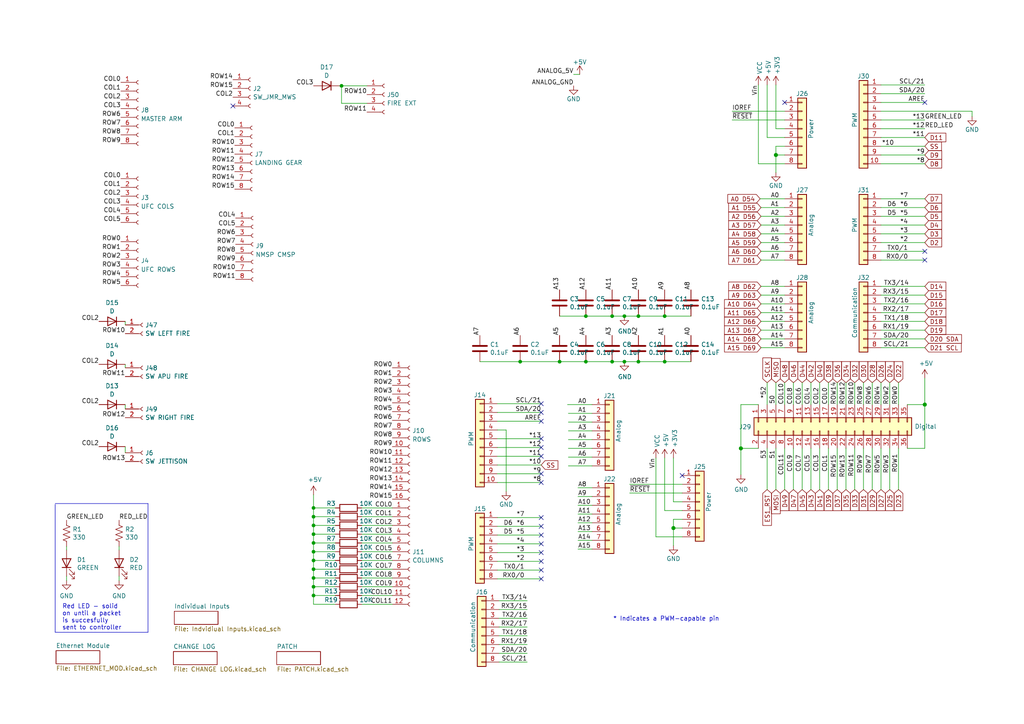
<source format=kicad_sch>
(kicad_sch (version 20231120) (generator "eeschema") (generator_version "8.0")
  (paper "A4")
  (title_block (date "2024-08-18"))
  (junction (at 214.884 130.048) (diameter 1.016))
  (junction (at 185.166 104.902))
  (junction (at 90.932 147.32))
  (junction (at 225.044 44.958) (diameter 1.016))
  (junction (at 181.102 104.902))
  (junction (at 169.926 91.694))
  (junction (at 90.932 157.48))
  (junction (at 90.932 149.86))
  (junction (at 90.932 172.72))
  (junction (at 90.932 165.1))
  (junction (at 150.876 104.902))
  (junction (at 177.546 104.902))
  (junction (at 90.932 152.4))
  (junction (at 99.06 24.892))
  (junction (at 90.932 167.64))
  (junction (at 181.102 91.694))
  (junction (at 90.932 154.94))
  (junction (at 185.166 91.694))
  (junction (at 169.926 104.902))
  (junction (at 177.546 91.694))
  (junction (at 90.932 160.02))
  (junction (at 192.786 91.694))
  (junction (at 162.306 104.902))
  (junction (at 90.932 162.56))
  (junction (at 195.326 153.162) (diameter 1.016))
  (junction (at 90.932 170.18))
  (junction (at 192.786 104.902))
  (junction (at 268.224 117.348) (diameter 1.016))
  (no_connect (at 156.972 122.174))
  (no_connect (at 156.972 167.894))
  (no_connect (at 156.972 119.634))
  (no_connect (at 156.972 162.814))
  (no_connect (at 67.564 30.734))
  (no_connect (at 156.972 165.354))
  (no_connect (at 156.972 117.094))
  (no_connect (at 156.972 129.794))
  (no_connect (at 268.224 75.438))
  (no_connect (at 156.972 132.334))
  (no_connect (at 156.972 139.954))
  (no_connect (at 156.972 152.654))
  (no_connect (at 156.972 137.414))
  (no_connect (at 156.972 150.114))
  (no_connect (at 268.224 72.898))
  (no_connect (at 197.866 137.922))
  (no_connect (at 156.972 160.274))
  (no_connect (at 156.972 155.194))
  (no_connect (at 156.972 127.254))
  (no_connect (at 227.584 29.718))
  (no_connect (at 268.224 29.718))
  (no_connect (at 156.972 157.734))
  (wire (pts (xy 99.06 29.972) (xy 99.06 24.892)))
  (wire (pts (xy 255.524 75.438) (xy 268.224 75.438)))
  (wire (pts (xy 104.902 170.18) (xy 113.792 170.18)))
  (wire (pts (xy 220.472 57.658) (xy 227.584 57.658)))
  (polyline (pts (xy 42.926 183.388) (xy 42.926 146.05)))
  (wire (pts (xy 144.272 167.894) (xy 156.972 167.894)))
  (wire (pts (xy 220.726 62.738) (xy 227.584 62.738)))
  (wire (pts (xy 36.322 105.664) (xy 36.322 106.68)))
  (wire (pts (xy 190.246 155.702) (xy 190.246 132.842)))
  (wire (pts (xy 237.744 110.998) (xy 237.744 117.348)))
  (wire (pts (xy 177.546 91.694) (xy 169.926 91.694)))
  (wire (pts (xy 104.902 154.94) (xy 113.792 154.94)))
  (wire (pts (xy 106.426 29.972) (xy 99.06 29.972)))
  (wire (pts (xy 97.282 170.18) (xy 90.932 170.18)))
  (wire (pts (xy 220.726 83.058) (xy 227.584 83.058)))
  (wire (pts (xy 255.524 24.638) (xy 268.224 24.638)))
  (polyline (pts (xy 16.002 146.05) (xy 42.926 146.05)))
  (wire (pts (xy 220.726 100.838) (xy 227.584 100.838)))
  (wire (pts (xy 146.812 124.714) (xy 146.812 142.494)))
  (wire (pts (xy 144.272 160.274) (xy 156.972 160.274)))
  (wire (pts (xy 268.224 117.348) (xy 268.224 130.048)))
  (wire (pts (xy 219.964 117.348) (xy 214.884 117.348)))
  (wire (pts (xy 220.726 90.678) (xy 227.584 90.678)))
  (wire (pts (xy 164.846 130.048) (xy 171.704 130.048)))
  (wire (pts (xy 177.546 104.902) (xy 181.102 104.902)))
  (wire (pts (xy 245.364 110.998) (xy 245.364 117.348)))
  (wire (pts (xy 90.932 170.18) (xy 90.932 172.72)))
  (wire (pts (xy 255.524 88.138) (xy 268.224 88.138)))
  (wire (pts (xy 225.044 42.418) (xy 225.044 44.958)))
  (wire (pts (xy 220.726 75.438) (xy 227.584 75.438)))
  (wire (pts (xy 242.824 130.048) (xy 242.824 141.986)))
  (wire (pts (xy 164.846 135.128) (xy 171.704 135.128)))
  (wire (pts (xy 222.504 130.048) (xy 222.504 141.986)))
  (wire (pts (xy 36.322 129.54) (xy 36.322 131.318)))
  (wire (pts (xy 164.846 122.428) (xy 171.704 122.428)))
  (wire (pts (xy 197.866 155.702) (xy 190.246 155.702)))
  (wire (pts (xy 225.044 110.998) (xy 225.044 117.348)))
  (wire (pts (xy 144.272 132.334) (xy 156.972 132.334)))
  (wire (pts (xy 225.044 44.958) (xy 225.044 50.038)))
  (wire (pts (xy 200.406 104.902) (xy 192.786 104.902)))
  (wire (pts (xy 167.64 154.178) (xy 171.704 154.178)))
  (wire (pts (xy 255.524 130.048) (xy 255.524 141.986)))
  (wire (pts (xy 182.626 140.462) (xy 197.866 140.462)))
  (wire (pts (xy 225.044 37.338) (xy 227.584 37.338)))
  (wire (pts (xy 144.272 137.414) (xy 156.972 137.414)))
  (wire (pts (xy 90.932 167.64) (xy 90.932 170.18)))
  (wire (pts (xy 90.932 147.32) (xy 90.932 149.86)))
  (wire (pts (xy 182.626 143.002) (xy 197.866 143.002)))
  (wire (pts (xy 222.504 39.878) (xy 227.584 39.878)))
  (wire (pts (xy 245.364 130.048) (xy 245.364 141.986)))
  (wire (pts (xy 225.044 130.048) (xy 225.044 141.986)))
  (wire (pts (xy 19.304 158.496) (xy 19.304 159.512)))
  (wire (pts (xy 222.504 24.638) (xy 222.504 39.878)))
  (wire (pts (xy 230.124 130.048) (xy 230.124 141.986)))
  (polyline (pts (xy 16.002 146.304) (xy 16.002 183.388)))
  (wire (pts (xy 252.984 130.048) (xy 252.984 141.986)))
  (wire (pts (xy 220.726 72.898) (xy 227.584 72.898)))
  (wire (pts (xy 144.272 152.654) (xy 156.972 152.654)))
  (wire (pts (xy 169.926 91.694) (xy 162.306 91.694)))
  (wire (pts (xy 255.524 34.798) (xy 268.224 34.798)))
  (wire (pts (xy 220.726 98.298) (xy 227.584 98.298)))
  (wire (pts (xy 225.044 24.638) (xy 225.044 37.338)))
  (wire (pts (xy 220.726 88.138) (xy 227.584 88.138)))
  (wire (pts (xy 255.524 57.658) (xy 268.224 57.658)))
  (wire (pts (xy 255.524 42.418) (xy 268.224 42.418)))
  (wire (pts (xy 255.524 37.338) (xy 268.224 37.338)))
  (wire (pts (xy 227.584 110.998) (xy 227.584 117.348)))
  (wire (pts (xy 255.524 60.198) (xy 268.224 60.198)))
  (wire (pts (xy 144.78 174.244) (xy 152.908 174.244)))
  (wire (pts (xy 167.64 144.018) (xy 171.704 144.018)))
  (wire (pts (xy 192.786 132.842) (xy 192.786 148.082)))
  (wire (pts (xy 195.326 132.842) (xy 195.326 145.542)))
  (wire (pts (xy 255.524 95.758) (xy 268.224 95.758)))
  (wire (pts (xy 195.326 150.622) (xy 195.326 153.162)))
  (wire (pts (xy 97.282 162.56) (xy 90.932 162.56)))
  (wire (pts (xy 97.282 157.48) (xy 90.932 157.48)))
  (wire (pts (xy 144.78 179.324) (xy 152.908 179.324)))
  (wire (pts (xy 164.846 127.508) (xy 171.704 127.508)))
  (wire (pts (xy 181.102 91.694) (xy 185.166 91.694)))
  (wire (pts (xy 167.64 149.098) (xy 171.704 149.098)))
  (wire (pts (xy 144.272 124.714) (xy 146.812 124.714)))
  (wire (pts (xy 214.884 117.348) (xy 214.884 130.048)))
  (wire (pts (xy 97.282 149.86) (xy 90.932 149.86)))
  (wire (pts (xy 219.964 130.048) (xy 214.884 130.048)))
  (wire (pts (xy 232.664 110.998) (xy 232.664 117.348)))
  (wire (pts (xy 255.524 44.958) (xy 268.224 44.958)))
  (wire (pts (xy 144.272 165.354) (xy 156.972 165.354)))
  (wire (pts (xy 220.726 67.818) (xy 227.584 67.818)))
  (wire (pts (xy 144.272 157.734) (xy 156.972 157.734)))
  (wire (pts (xy 235.204 110.998) (xy 235.204 117.348)))
  (wire (pts (xy 232.664 130.048) (xy 232.664 141.986)))
  (wire (pts (xy 250.444 130.048) (xy 250.444 141.986)))
  (wire (pts (xy 104.902 175.26) (xy 113.792 175.26)))
  (wire (pts (xy 104.902 167.64) (xy 113.792 167.64)))
  (wire (pts (xy 255.524 65.278) (xy 268.224 65.278)))
  (wire (pts (xy 177.546 91.694) (xy 181.102 91.694)))
  (wire (pts (xy 242.824 110.998) (xy 242.824 117.348)))
  (wire (pts (xy 237.744 130.048) (xy 237.744 141.986)))
  (wire (pts (xy 90.932 160.02) (xy 90.932 162.56)))
  (wire (pts (xy 144.272 129.794) (xy 156.972 129.794)))
  (wire (pts (xy 220.726 70.358) (xy 227.584 70.358)))
  (wire (pts (xy 195.326 153.162) (xy 195.326 158.242)))
  (wire (pts (xy 212.344 32.258) (xy 227.584 32.258)))
  (wire (pts (xy 104.902 152.4) (xy 113.792 152.4)))
  (wire (pts (xy 36.322 93.218) (xy 36.322 94.234)))
  (wire (pts (xy 144.78 176.784) (xy 152.908 176.784)))
  (wire (pts (xy 90.932 165.1) (xy 90.932 167.64)))
  (wire (pts (xy 197.866 150.622) (xy 195.326 150.622)))
  (wire (pts (xy 177.546 104.902) (xy 169.926 104.902)))
  (wire (pts (xy 104.902 162.56) (xy 113.792 162.56)))
  (wire (pts (xy 167.64 156.718) (xy 171.704 156.718)))
  (wire (pts (xy 255.524 85.598) (xy 268.224 85.598)))
  (wire (pts (xy 268.224 109.728) (xy 268.224 117.348)))
  (wire (pts (xy 34.544 167.132) (xy 34.544 168.402)))
  (wire (pts (xy 97.282 160.02) (xy 90.932 160.02)))
  (wire (pts (xy 90.932 162.56) (xy 90.932 165.1)))
  (wire (pts (xy 185.166 104.902) (xy 192.786 104.902)))
  (wire (pts (xy 281.94 32.258) (xy 281.94 33.782)))
  (wire (pts (xy 144.272 162.814) (xy 156.972 162.814)))
  (wire (pts (xy 255.524 100.838) (xy 268.224 100.838)))
  (wire (pts (xy 167.64 159.258) (xy 171.704 159.258)))
  (wire (pts (xy 144.78 192.024) (xy 152.908 192.024)))
  (wire (pts (xy 97.282 154.94) (xy 90.932 154.94)))
  (wire (pts (xy 255.524 29.718) (xy 268.224 29.718)))
  (wire (pts (xy 167.64 141.478) (xy 171.704 141.478)))
  (wire (pts (xy 263.144 117.348) (xy 268.224 117.348)))
  (wire (pts (xy 97.282 165.1) (xy 90.932 165.1)))
  (wire (pts (xy 260.604 110.998) (xy 260.604 117.348)))
  (wire (pts (xy 255.524 93.218) (xy 268.224 93.218)))
  (wire (pts (xy 220.726 65.278) (xy 227.584 65.278)))
  (wire (pts (xy 34.544 158.496) (xy 34.544 159.512)))
  (wire (pts (xy 144.78 186.944) (xy 152.908 186.944)))
  (wire (pts (xy 220.726 95.758) (xy 227.584 95.758)))
  (wire (pts (xy 167.64 151.638) (xy 171.704 151.638)))
  (wire (pts (xy 212.344 34.798) (xy 227.584 34.798)))
  (wire (pts (xy 104.902 172.72) (xy 113.792 172.72)))
  (wire (pts (xy 255.524 83.058) (xy 268.224 83.058)))
  (wire (pts (xy 169.926 104.902) (xy 162.306 104.902)))
  (wire (pts (xy 227.584 44.958) (xy 225.044 44.958)))
  (wire (pts (xy 258.064 110.998) (xy 258.064 117.348)))
  (wire (pts (xy 104.902 147.32) (xy 113.792 147.32)))
  (wire (pts (xy 144.272 155.194) (xy 156.972 155.194)))
  (wire (pts (xy 139.192 104.902) (xy 150.876 104.902)))
  (wire (pts (xy 195.326 145.542) (xy 197.866 145.542)))
  (wire (pts (xy 250.444 110.998) (xy 250.444 117.348)))
  (polyline (pts (xy 16.002 183.388) (xy 42.926 183.388)))
  (wire (pts (xy 144.272 150.114) (xy 156.972 150.114)))
  (wire (pts (xy 220.726 60.198) (xy 227.584 60.198)))
  (wire (pts (xy 227.584 47.498) (xy 219.964 47.498)))
  (wire (pts (xy 222.504 110.998) (xy 222.504 117.348)))
  (wire (pts (xy 220.726 85.598) (xy 227.584 85.598)))
  (wire (pts (xy 230.124 110.998) (xy 230.124 117.348)))
  (wire (pts (xy 97.282 147.32) (xy 90.932 147.32)))
  (wire (pts (xy 247.904 110.998) (xy 247.904 117.348)))
  (wire (pts (xy 150.876 104.902) (xy 162.306 104.902)))
  (wire (pts (xy 144.272 122.174) (xy 156.972 122.174)))
  (wire (pts (xy 240.284 110.998) (xy 240.284 117.348)))
  (wire (pts (xy 104.902 165.1) (xy 113.792 165.1)))
  (wire (pts (xy 90.932 157.48) (xy 90.932 160.02)))
  (wire (pts (xy 97.282 167.64) (xy 90.932 167.64)))
  (wire (pts (xy 247.904 130.048) (xy 247.904 141.986)))
  (wire (pts (xy 164.846 132.588) (xy 171.704 132.588)))
  (wire (pts (xy 144.78 181.864) (xy 152.908 181.864)))
  (wire (pts (xy 144.272 127.254) (xy 156.972 127.254)))
  (wire (pts (xy 255.524 90.678) (xy 268.224 90.678)))
  (wire (pts (xy 255.524 32.258) (xy 281.94 32.258)))
  (wire (pts (xy 185.166 91.694) (xy 192.786 91.694)))
  (wire (pts (xy 240.284 130.048) (xy 240.284 141.986)))
  (wire (pts (xy 104.902 149.86) (xy 113.792 149.86)))
  (wire (pts (xy 220.726 93.218) (xy 227.584 93.218)))
  (wire (pts (xy 90.932 149.86) (xy 90.932 152.4)))
  (wire (pts (xy 227.584 42.418) (xy 225.044 42.418)))
  (wire (pts (xy 98.552 24.892) (xy 99.06 24.892)))
  (wire (pts (xy 36.322 117.348) (xy 36.322 118.618)))
  (wire (pts (xy 90.932 175.26) (xy 97.282 175.26)))
  (wire (pts (xy 144.78 184.404) (xy 152.908 184.404)))
  (wire (pts (xy 99.06 24.892) (xy 106.426 24.892)))
  (wire (pts (xy 90.932 172.72) (xy 90.932 175.26)))
  (wire (pts (xy 255.524 39.878) (xy 268.224 39.878)))
  (wire (pts (xy 181.102 104.902) (xy 185.166 104.902)))
  (wire (pts (xy 200.406 91.694) (xy 192.786 91.694)))
  (wire (pts (xy 197.866 153.162) (xy 195.326 153.162)))
  (wire (pts (xy 144.272 139.954) (xy 156.972 139.954)))
  (wire (pts (xy 164.846 119.888) (xy 171.704 119.888)))
  (wire (pts (xy 104.902 157.48) (xy 113.792 157.48)))
  (wire (pts (xy 255.524 62.738) (xy 268.224 62.738)))
  (wire (pts (xy 144.78 189.484) (xy 152.908 189.484)))
  (wire (pts (xy 164.592 117.348) (xy 171.704 117.348)))
  (wire (pts (xy 144.272 119.634) (xy 156.972 119.634)))
  (wire (pts (xy 164.846 124.968) (xy 171.704 124.968)))
  (wire (pts (xy 255.524 98.298) (xy 268.224 98.298)))
  (wire (pts (xy 268.224 130.048) (xy 263.144 130.048)))
  (wire (pts (xy 166.37 21.59) (xy 168.148 21.59)))
  (wire (pts (xy 90.932 152.4) (xy 90.932 154.94)))
  (wire (pts (xy 260.604 130.048) (xy 260.604 141.986)))
  (wire (pts (xy 255.524 27.178) (xy 268.224 27.178)))
  (wire (pts (xy 90.932 143.51) (xy 90.932 147.32)))
  (wire (pts (xy 144.272 117.094) (xy 156.972 117.094)))
  (wire (pts (xy 258.064 130.048) (xy 258.064 141.986)))
  (wire (pts (xy 104.902 160.02) (xy 113.792 160.02)))
  (wire (pts (xy 255.524 110.998) (xy 255.524 117.348)))
  (wire (pts (xy 255.524 70.358) (xy 268.224 70.358)))
  (wire (pts (xy 252.984 110.998) (xy 252.984 117.348)))
  (wire (pts (xy 97.282 152.4) (xy 90.932 152.4)))
  (wire (pts (xy 227.584 130.048) (xy 227.584 141.986)))
  (wire (pts (xy 255.524 67.818) (xy 268.224 67.818)))
  (wire (pts (xy 90.932 172.72) (xy 97.282 172.72)))
  (wire (pts (xy 235.204 130.048) (xy 235.204 141.986)))
  (wire (pts (xy 167.64 146.558) (xy 171.704 146.558)))
  (wire (pts (xy 90.932 154.94) (xy 90.932 157.48)))
  (wire (pts (xy 255.524 72.898) (xy 268.224 72.898)))
  (wire (pts (xy 219.964 47.498) (xy 219.964 24.638)))
  (wire (pts (xy 214.884 130.048) (xy 214.884 137.668)))
  (wire (pts (xy 144.272 134.874) (xy 156.972 134.874)))
  (wire (pts (xy 192.786 148.082) (xy 197.866 148.082)))
  (wire (pts (xy 19.304 167.132) (xy 19.304 168.402)))
  (wire (pts (xy 255.524 47.498) (xy 268.224 47.498)))
  (text "Red LED - solid\non until a packet\nis succesfully \nsent to controller" (at 18.034 182.88 0) (effects (font (size 1.27 1.27)) (justify left bottom)))
  (text "* Indicates a PWM-capable pin" (at 177.8 180.34 0) (effects (font (size 1.27 1.27)) (justify left bottom)))
  (label "A10" (at 223.52 88.138 0))
  (label "*6" (at 152.146 152.654 180))
  (label "RX0{slash}0" (at 263.398 75.438 180))
  (label "A15" (at 223.52 100.838 0))
  (label "ROW9" (at 113.792 129.54 180))
  (label "ROW5" (at 113.792 119.38 180))
  (label "D6" (at 146.05 152.654 0))
  (label "ROW4" (at 255.524 117.348 90))
  (label "COL3" (at 237.744 131.826 270))
  (label "ROW4" (at 35.052 80.264 180))
  (label "A2" (at 223.52 62.738 0))
  (label "RX2{slash}17" (at 263.652 90.678 180))
  (label "A6" (at 150.876 97.282 90))
  (label "ANALOG_5V" (at 166.37 21.59 180))
  (label "A10" (at 167.64 146.558 0))
  (label "*4" (at 263.398 65.278 180))
  (label "*8" (at 156.972 139.954 180))
  (label "COL2" (at 237.744 117.348 90))
  (label "ROW15" (at 113.792 144.78 180))
  (label "GREEN_LED" (at 19.304 150.876 0))
  (label "D5" (at 257.302 62.738 0))
  (label "COL7" (at 113.792 165.1 180))
  (label "ROW0" (at 260.604 117.348 90))
  (label "ROW2" (at 258.064 117.348 90))
  (label "A9" (at 167.64 144.018 0))
  (label "ROW8" (at 113.792 127 180))
  (label "COL10" (at 113.792 172.72 180))
  (label "RX3{slash}15" (at 152.908 176.784 180))
  (label "ROW11" (at 106.426 32.512 180))
  (label "SDA{slash}20" (at 263.652 98.298 180))
  (label "ROW10" (at 68.072 42.164 180))
  (label "RX1{slash}19" (at 152.908 186.944 180))
  (label "COL5" (at 113.792 160.02 180))
  (label "ROW15" (at 68.072 54.864 180))
  (label "*2" (at 152.146 162.814 180))
  (label "A9" (at 192.786 84.074 90))
  (label "ROW5" (at 255.524 131.826 270))
  (label "ROW14" (at 242.824 117.348 90))
  (label "*2" (at 263.398 70.358 180))
  (label "Vin" (at 190.246 132.842 270))
  (label "*13" (at 156.972 127.254 180))
  (label "A1" (at 167.64 119.888 0))
  (label "TX1{slash}18" (at 263.652 93.218 180))
  (label "A4" (at 167.64 127.508 0))
  (label "A3" (at 223.52 65.278 0))
  (label "ROW12" (at 36.322 121.158 180))
  (label "ROW7" (at 113.792 124.46 180))
  (label "COL0" (at 240.284 117.348 90))
  (label "ROW9" (at 250.444 131.826 270))
  (label "A2" (at 167.64 122.428 0))
  (label "*5" (at 152.146 155.194 180))
  (label "*13" (at 268.224 34.798 180))
  (label "A2" (at 185.166 97.282 90))
  (label "ROW14" (at 68.072 52.324 180))
  (label "*52" (at 222.504 112.014 270))
  (label "*12" (at 268.224 37.338 180))
  (label "COL5" (at 35.052 64.516 180))
  (label "COL3" (at 90.932 24.892 180))
  (label "*10" (at 156.972 134.874 180))
  (label "ROW12" (at 68.072 47.244 180))
  (label "~{RESET}" (at 212.344 34.798 0))
  (label "COL2" (at 28.702 105.664 180))
  (label "D6" (at 257.302 60.198 0))
  (label "COL6" (at 113.792 162.56 180))
  (label "SDA{slash}20" (at 156.972 119.634 180))
  (label "ROW8" (at 68.326 73.406 180))
  (label "ROW9" (at 68.326 75.946 180))
  (label "ROW10" (at 247.904 117.348 90))
  (label "A5" (at 167.64 130.048 0))
  (label "ROW0" (at 113.792 106.68 180))
  (label "A7" (at 139.192 97.282 90))
  (label "*10" (at 259.334 42.418 180))
  (label "ROW1" (at 260.604 131.572 270))
  (label "A0" (at 167.64 117.348 0))
  (label "ROW7" (at 252.984 131.826 270))
  (label "ROW3" (at 35.052 77.724 180))
  (label "*4" (at 152.146 157.734 180))
  (label "D5" (at 146.05 155.194 0))
  (label "ROW12" (at 113.792 137.16 180))
  (label "*12" (at 156.972 129.794 180))
  (label "ROW4" (at 113.792 116.84 180))
  (label "ROW11" (at 247.904 131.572 270))
  (label "COL7" (at 232.664 131.826 270))
  (label "TX3{slash}14" (at 152.908 174.244 180))
  (label "*9" (at 156.972 137.414 180))
  (label "COL6" (at 232.664 117.348 90))
  (label "A1" (at 192.786 97.282 90))
  (label "A15" (at 167.64 159.258 0))
  (label "A3" (at 177.546 97.282 90))
  (label "ROW15" (at 67.564 25.654 180))
  (label "SCL{slash}21" (at 152.908 192.024 180))
  (label "COL2" (at 67.564 28.194 180))
  (label "ROW13" (at 36.322 133.858 180))
  (label "A13" (at 223.52 95.758 0))
  (label "ROW7" (at 68.326 70.866 180))
  (label "ROW14" (at 67.564 23.114 180))
  (label "ROW13" (at 68.072 49.784 180))
  (label "ROW3" (at 258.064 131.826 270))
  (label "ROW10" (at 106.426 27.432 180))
  (label "COL0" (at 35.052 23.876 180))
  (label "GREEN_LED" (at 268.224 34.798 0))
  (label "COL4" (at 35.052 61.976 180))
  (label "ROW13" (at 245.364 131.826 270))
  (label "A12" (at 167.64 151.638 0))
  (label "51" (at 225.044 133.096 90))
  (label "ROW10" (at 68.326 78.486 180))
  (label "COL2" (at 28.702 129.54 180))
  (label "*7" (at 263.398 57.658 180))
  (label "SDA{slash}20" (at 268.224 27.178 180))
  (label "COL1" (at 35.052 54.356 180))
  (label "*8" (at 268.224 47.498 180))
  (label "ROW6" (at 35.052 34.036 180))
  (label "ROW10" (at 113.792 132.08 180))
  (label "ROW6" (at 252.984 117.348 90))
  (label "COL9" (at 230.124 131.826 270))
  (label "COL4" (at 235.204 117.348 90))
  (label "COL3" (at 35.052 31.496 180))
  (label "A13" (at 162.306 84.074 90))
  (label "RX2{slash}17" (at 152.908 181.864 180))
  (label "ROW5" (at 35.052 82.804 180))
  (label "A9" (at 223.52 85.598 0))
  (label "COL3" (at 35.052 59.436 180))
  (label "SCL{slash}21" (at 156.972 117.094 180))
  (label "COL0" (at 68.072 37.084 180))
  (label "ROW11" (at 68.326 81.026 180))
  (label "RX0{slash}0" (at 152.146 167.894 180))
  (label "COL1" (at 35.052 26.416 180))
  (label "A10" (at 185.166 84.074 90))
  (label "*11" (at 268.224 39.878 180))
  (label "*3" (at 263.398 67.818 180))
  (label "COL1" (at 68.072 39.624 180))
  (label "ROW6" (at 68.326 68.326 180))
  (label "COL0" (at 35.052 51.816 180))
  (label "ROW2" (at 113.792 111.76 180))
  (label "COL11" (at 113.792 175.26 180))
  (label "A6" (at 223.52 72.898 0))
  (label "ROW9" (at 35.052 41.656 180))
  (label "TX1{slash}18" (at 152.908 184.404 180))
  (label "ROW7" (at 35.052 36.576 180))
  (label "COL1" (at 240.284 131.826 270))
  (label "A1" (at 223.52 60.198 0))
  (label "53" (at 222.504 133.096 90))
  (label "RED_LED" (at 268.224 37.338 0))
  (label "SDA{slash}20" (at 152.908 189.484 180))
  (label "TX0{slash}1" (at 263.398 72.898 180))
  (label "A13" (at 167.64 154.178 0))
  (label "RED_LED" (at 34.544 150.876 0))
  (label "ROW2" (at 35.052 75.184 180))
  (label "RX1{slash}19" (at 263.652 95.758 180))
  (label "COL2" (at 35.052 56.896 180))
  (label "A0" (at 200.406 97.282 90))
  (label "IOREF" (at 182.626 140.462 0))
  (label "A12" (at 169.926 84.074 90))
  (label "A0" (at 223.52 57.658 0))
  (label "AREF" (at 268.224 29.718 180))
  (label "COL9" (at 113.792 170.18 180))
  (label "A14" (at 223.52 98.298 0))
  (label "COL5" (at 68.326 65.786 180))
  (label "A8" (at 223.52 83.058 0))
  (label "A7" (at 167.64 135.128 0))
  (label "ROW11" (at 113.792 134.62 180))
  (label "ROW12" (at 245.364 117.348 90))
  (label "Vin" (at 219.964 24.638 270))
  (label "COL2" (at 28.702 117.348 180))
  (label "A11" (at 177.546 84.074 90))
  (label "A6" (at 167.64 132.588 0))
  (label "ROW3" (at 113.792 114.3 180))
  (label "*6" (at 263.398 60.198 180))
  (label "ROW6" (at 113.792 121.92 180))
  (label "ROW15" (at 242.824 131.826 270))
  (label "SCL{slash}21" (at 268.224 24.638 180))
  (label "COL8" (at 230.124 117.348 90))
  (label "*9" (at 268.224 44.958 180))
  (label "~{RESET}" (at 182.626 143.002 0))
  (label "ROW1" (at 113.792 109.22 180))
  (label "ROW8" (at 250.444 117.348 90))
  (label "50" (at 225.044 114.554 270))
  (label "TX2{slash}16" (at 263.652 88.138 180))
  (label "COL2" (at 28.702 93.218 180))
  (label "COL0" (at 113.792 147.32 180))
  (label "COL4" (at 113.792 157.48 180))
  (label "ROW13" (at 113.792 139.7 180))
  (label "TX0{slash}1" (at 152.146 165.354 180))
  (label "COL10" (at 227.584 117.348 90))
  (label "COL2" (at 35.052 28.956 180))
  (label "COL1" (at 113.792 149.86 180))
  (label "A8" (at 200.406 84.074 90))
  (label "COL11" (at 227.584 131.572 270))
  (label "*5" (at 263.398 62.738 180))
  (label "*11" (at 156.972 132.334 180))
  (label "ROW14" (at 113.792 142.24 180))
  (label "AREF" (at 156.972 122.174 180))
  (label "COL5" (at 235.204 131.826 270))
  (label "IOREF" (at 212.344 32.258 0))
  (label "TX2{slash}16" (at 152.908 179.324 180))
  (label "*7" (at 152.146 150.114 180))
  (label "A7" (at 223.52 75.438 0))
  (label "A3" (at 167.64 124.968 0))
  (label "A11" (at 223.52 90.678 0))
  (label "A4" (at 223.52 67.818 0))
  (label "ROW1" (at 35.052 72.644 180))
  (label "ROW0" (at 35.052 70.104 180))
  (label "COL2" (at 113.792 152.4 180))
  (label "A5" (at 162.306 97.282 90))
  (label "A5" (at 223.52 70.358 0))
  (label "RX3{slash}15" (at 263.652 85.598 180))
  (label "ANALOG_GND" (at 166.37 24.892 180))
  (label "COL3" (at 113.792 154.94 180))
  (label "TX3{slash}14" (at 263.652 83.058 180))
  (label "ROW11" (at 36.322 109.22 180))
  (label "A11" (at 167.64 149.098 0))
  (label "A8" (at 167.64 141.478 0))
  (label "A4" (at 169.926 97.282 90))
  (label "*3" (at 152.146 160.274 180))
  (label "COL8" (at 113.792 167.64 180))
  (label "ROW8" (at 35.052 39.116 180))
  (label "ROW10" (at 36.322 96.774 180))
  (label "A12" (at 223.52 93.218 0))
  (label "A14" (at 167.64 156.718 0))
  (label "SCL{slash}21" (at 263.652 100.838 180))
  (label "COL4" (at 68.326 63.246 180))
  (label "ROW11" (at 68.072 44.704 180))
  (global_label "D17" (shape input) (at 268.224 90.678 0) (property "Intersheetrefs" "${INTERSHEET_REFS}" (effects (hide yes))))
  (global_label "D41" (shape input) (at 237.744 141.986 270) (property "Intersheetrefs" "${INTERSHEET_REFS}" (effects (hide yes))))
  (global_label "D6" (shape input) (at 268.224 60.198 0) (property "Intersheetrefs" "${INTERSHEET_REFS}" (effects (hide yes))))
  (global_label "D11" (shape input) (at 268.224 39.878 0) (property "Intersheetrefs" "${INTERSHEET_REFS}" (effects (hide yes))))
  (global_label "D34" (shape input) (at 245.364 110.998 90) (property "Intersheetrefs" "${INTERSHEET_REFS}" (effects (hide yes))))
  (global_label "D29" (shape input) (at 252.984 141.986 270) (property "Intersheetrefs" "${INTERSHEET_REFS}" (effects (hide yes))))
  (global_label "D9" (shape input) (at 268.224 44.958 0) (property "Intersheetrefs" "${INTERSHEET_REFS}" (effects (hide yes))))
  (global_label "D42" (shape input) (at 235.204 110.998 90) (property "Intersheetrefs" "${INTERSHEET_REFS}" (effects (hide yes))))
  (global_label "A10 D64" (shape input) (at 220.726 88.138 180) (property "Intersheetrefs" "${INTERSHEET_REFS}" (effects (hide yes))))
  (global_label "D46" (shape input) (at 230.124 110.998 90) (property "Intersheetrefs" "${INTERSHEET_REFS}" (effects (hide yes))))
  (global_label "D32" (shape input) (at 247.904 110.998 90) (property "Intersheetrefs" "${INTERSHEET_REFS}" (effects (hide yes))))
  (global_label "D2" (shape input) (at 268.224 70.358 0) (property "Intersheetrefs" "${INTERSHEET_REFS}" (effects (hide yes))))
  (global_label "D45" (shape input) (at 232.664 141.986 270) (property "Intersheetrefs" "${INTERSHEET_REFS}" (effects (hide yes))))
  (global_label "D19" (shape input) (at 268.224 95.758 0) (property "Intersheetrefs" "${INTERSHEET_REFS}" (effects (hide yes))))
  (global_label "D4" (shape input) (at 268.224 65.278 0) (property "Intersheetrefs" "${INTERSHEET_REFS}" (effects (hide yes))))
  (global_label "D27" (shape input) (at 255.524 141.986 270) (property "Intersheetrefs" "${INTERSHEET_REFS}" (effects (hide yes))))
  (global_label "SS" (shape input) (at 156.972 134.874 0) (property "Intersheetrefs" "${INTERSHEET_REFS}" (effects (hide yes))))
  (global_label "D8" (shape input) (at 268.224 47.498 0) (property "Intersheetrefs" "${INTERSHEET_REFS}" (effects (hide yes))))
  (global_label "SS" (shape input) (at 268.224 42.418 0) (property "Intersheetrefs" "${INTERSHEET_REFS}" (effects (hide yes))))
  (global_label "D24" (shape input) (at 258.064 110.998 90) (property "Intersheetrefs" "${INTERSHEET_REFS}" (effects (hide yes))))
  (global_label "D39" (shape input) (at 240.284 141.986 270) (property "Intersheetrefs" "${INTERSHEET_REFS}" (effects (hide yes))))
  (global_label "A9 D63" (shape input) (at 220.726 85.598 180) (property "Intersheetrefs" "${INTERSHEET_REFS}" (effects (hide yes))))
  (global_label "A8 D62" (shape input) (at 220.726 83.058 180) (property "Intersheetrefs" "${INTERSHEET_REFS}" (effects (hide yes))))
  (global_label "ES1_RST" (shape input) (at 222.504 141.986 270) (property "Intersheetrefs" "${INTERSHEET_REFS}" (effects (hide yes))))
  (global_label "D28" (shape input) (at 252.984 110.998 90) (property "Intersheetrefs" "${INTERSHEET_REFS}" (effects (hide yes))))
  (global_label "MISO" (shape input) (at 225.044 110.998 90) (property "Intersheetrefs" "${INTERSHEET_REFS}" (effects (hide yes))))
  (global_label "D20 SDA" (shape input) (at 268.224 98.298 0) (property "Intersheetrefs" "${INTERSHEET_REFS}" (effects (hide yes))))
  (global_label "D21 SCL" (shape input) (at 268.224 100.838 0) (property "Intersheetrefs" "${INTERSHEET_REFS}" (effects (hide yes))))
  (global_label "MOSI" (shape input) (at 225.044 141.986 270) (property "Intersheetrefs" "${INTERSHEET_REFS}" (effects (hide yes))))
  (global_label "A6 D60" (shape input) (at 220.726 72.898 180) (property "Intersheetrefs" "${INTERSHEET_REFS}" (effects (hide yes))))
  (global_label "D35" (shape input) (at 245.364 141.986 270) (property "Intersheetrefs" "${INTERSHEET_REFS}" (effects (hide yes))))
  (global_label "D22" (shape input) (at 260.604 110.998 90) (property "Intersheetrefs" "${INTERSHEET_REFS}" (effects (hide yes))))
  (global_label "A3 D57" (shape input) (at 220.726 65.278 180) (property "Intersheetrefs" "${INTERSHEET_REFS}" (effects (hide yes))))
  (global_label "A2 D56" (shape input) (at 220.726 62.738 180) (property "Intersheetrefs" "${INTERSHEET_REFS}" (effects (hide yes))))
  (global_label "A11 D65" (shape input) (at 220.726 90.678 180) (property "Intersheetrefs" "${INTERSHEET_REFS}" (effects (hide yes))))
  (global_label "SCLK" (shape input) (at 222.504 110.998 90) (property "Intersheetrefs" "${INTERSHEET_REFS}" (effects (hide yes))))
  (global_label "D25" (shape input) (at 258.064 141.986 270) (property "Intersheetrefs" "${INTERSHEET_REFS}" (effects (hide yes))))
  (global_label "A14 D68" (shape input) (at 220.726 98.298 180) (property "Intersheetrefs" "${INTERSHEET_REFS}" (effects (hide yes))))
  (global_label "D43" (shape input) (at 235.204 141.986 270) (property "Intersheetrefs" "${INTERSHEET_REFS}" (effects (hide yes))))
  (global_label "A12 D66" (shape input) (at 220.726 93.218 180) (property "Intersheetrefs" "${INTERSHEET_REFS}" (effects (hide yes))))
  (global_label "A5 D59" (shape input) (at 220.726 70.358 180) (property "Intersheetrefs" "${INTERSHEET_REFS}" (effects (hide yes))))
  (global_label "D47" (shape input) (at 230.124 141.986 270) (property "Intersheetrefs" "${INTERSHEET_REFS}" (effects (hide yes))))
  (global_label "D44" (shape input) (at 232.664 110.998 90) (property "Intersheetrefs" "${INTERSHEET_REFS}" (effects (hide yes))))
  (global_label "D5" (shape input) (at 268.224 62.738 0) (property "Intersheetrefs" "${INTERSHEET_REFS}" (effects (hide yes))))
  (global_label "D30" (shape input) (at 250.444 110.998 90) (property "Intersheetrefs" "${INTERSHEET_REFS}" (effects (hide yes))))
  (global_label "D36" (shape input) (at 242.824 110.998 90) (property "Intersheetrefs" "${INTERSHEET_REFS}" (effects (hide yes))))
  (global_label "D33" (shape input) (at 247.904 141.986 270) (property "Intersheetrefs" "${INTERSHEET_REFS}" (effects (hide yes))))
  (global_label "A15 D69" (shape input) (at 220.726 100.838 180) (property "Intersheetrefs" "${INTERSHEET_REFS}" (effects (hide yes))))
  (global_label "D40" (shape input) (at 237.744 110.998 90) (property "Intersheetrefs" "${INTERSHEET_REFS}" (effects (hide yes))))
  (global_label "D48" (shape input) (at 227.584 110.998 90) (property "Intersheetrefs" "${INTERSHEET_REFS}" (effects (hide yes))))
  (global_label "D7" (shape input) (at 268.224 57.658 0) (property "Intersheetrefs" "${INTERSHEET_REFS}" (effects (hide yes))))
  (global_label "D37" (shape input) (at 242.824 141.986 270) (property "Intersheetrefs" "${INTERSHEET_REFS}" (effects (hide yes))))
  (global_label "A1 D55" (shape input) (at 220.726 60.198 180) (property "Intersheetrefs" "${INTERSHEET_REFS}" (effects (hide yes))))
  (global_label "A13 D67" (shape input) (at 220.726 95.758 180) (property "Intersheetrefs" "${INTERSHEET_REFS}" (effects (hide yes))))
  (global_label "D26" (shape input) (at 255.524 110.998 90) (property "Intersheetrefs" "${INTERSHEET_REFS}" (effects (hide yes))))
  (global_label "D23" (shape input) (at 260.604 141.986 270) (property "Intersheetrefs" "${INTERSHEET_REFS}" (effects (hide yes))))
  (global_label "D31" (shape input) (at 250.444 141.986 270) (property "Intersheetrefs" "${INTERSHEET_REFS}" (effects (hide yes))))
  (global_label "D14" (shape input) (at 268.224 83.058 0) (property "Intersheetrefs" "${INTERSHEET_REFS}" (effects (hide yes))))
  (global_label "A0 D54" (shape input) (at 220.472 57.658 180) (property "Intersheetrefs" "${INTERSHEET_REFS}" (effects (hide yes))))
  (global_label "D18" (shape input) (at 268.224 93.218 0) (property "Intersheetrefs" "${INTERSHEET_REFS}" (effects (hide yes))))
  (global_label "D15" (shape input) (at 268.224 85.598 0) (property "Intersheetrefs" "${INTERSHEET_REFS}" (effects (hide yes))))
  (global_label "A4 D58" (shape input) (at 220.726 67.818 180) (property "Intersheetrefs" "${INTERSHEET_REFS}" (effects (hide yes))))
  (global_label "D3" (shape input) (at 268.224 67.818 0) (property "Intersheetrefs" "${INTERSHEET_REFS}" (effects (hide yes))))
  (global_label "D16" (shape input) (at 268.224 88.138 0) (property "Intersheetrefs" "${INTERSHEET_REFS}" (effects (hide yes))))
  (global_label "A7 D61" (shape input) (at 220.726 75.438 180) (property "Intersheetrefs" "${INTERSHEET_REFS}" (effects (hide yes))))
  (global_label "D38" (shape input) (at 240.284 110.998 90) (property "Intersheetrefs" "${INTERSHEET_REFS}" (effects (hide yes))))
  (global_label "D49" (shape input) (at 227.584 141.986 270) (property "Intersheetrefs" "${INTERSHEET_REFS}" (effects (hide yes))))
  (symbol (lib_id "Connector_Generic:Conn_01x08") (at 232.664 37.338 0) (unit 1)
    (property "Reference" "J26" (at 232.664 27.178 0))
    (property "Value" "Power" (at 235.204 37.338 90))
    (property "Footprint" "Connector_PinSocket_2.54mm:PinSocket_1x08_P2.54mm_Vertical" (effects (hide yes)))
  )
  (symbol (lib_id "power:+3V3") (at 225.044 24.638 0) (unit 1)
    (property "Reference" "#PWR016" (effects (hide yes)))
    (property "Value" "+3V3" (at 225.425 21.59 90) (effects (justify left)))
  )
  (symbol (lib_id "power:+5V") (at 222.504 24.638 0) (unit 1)
    (property "Reference" "#PWR015" (effects (hide yes)))
    (property "Value" "+5V" (at 222.8596 21.59 90) (effects (justify left)))
  )
  (symbol (lib_id "power:GND") (at 225.044 50.038 0) (unit 1)
    (property "Reference" "#PWR017" (effects (hide yes)))
    (property "Value" "GND" (at 225.044 53.848 0))
  )
  (symbol (lib_id "Connector_Generic:Conn_01x10") (at 250.444 34.798 0) (mirror y) (unit 1)
    (property "Reference" "J30" (at 250.444 22.098 0))
    (property "Value" "PWM" (at 247.904 34.798 90))
    (property "Footprint" "Connector_PinSocket_2.54mm:PinSocket_1x10_P2.54mm_Vertical" (effects (hide yes)))
  )
  (symbol (lib_id "power:GND") (at 281.94 33.782 0) (unit 1)
    (property "Reference" "#PWR018" (effects (hide yes)))
    (property "Value" "GND" (at 281.94 37.592 0))
  )
  (symbol (lib_id "Connector_Generic:Conn_01x08") (at 232.664 65.278 0) (unit 1)
    (property "Reference" "J27" (at 232.664 55.118 0))
    (property "Value" "Analog" (at 235.204 65.278 90))
    (property "Footprint" "Connector_PinSocket_2.54mm:PinSocket_1x08_P2.54mm_Vertical" (effects (hide yes)))
  )
  (symbol (lib_id "Connector_Generic:Conn_01x08") (at 250.444 65.278 0) (mirror y) (unit 1)
    (property "Reference" "J31" (at 250.444 55.118 0))
    (property "Value" "PWM" (at 247.904 65.278 90))
    (property "Footprint" "Connector_PinSocket_2.54mm:PinSocket_1x08_P2.54mm_Vertical" (effects (hide yes)))
  )
  (symbol (lib_id "Connector_Generic:Conn_01x08") (at 232.664 90.678 0) (unit 1)
    (property "Reference" "J28" (at 232.664 80.518 0))
    (property "Value" "Analog" (at 235.204 90.678 90))
    (property "Footprint" "Connector_PinSocket_2.54mm:PinSocket_1x08_P2.54mm_Vertical" (effects (hide yes)))
  )
  (symbol (lib_id "Connector_Generic:Conn_01x08") (at 250.444 90.678 0) (mirror y) (unit 1)
    (property "Reference" "J32" (at 250.444 80.518 0))
    (property "Value" "Communication" (at 247.904 90.678 90))
    (property "Footprint" "Connector_PinSocket_2.54mm:PinSocket_1x08_P2.54mm_Vertical" (effects (hide yes)))
  )
  (symbol (lib_id "Connector_Generic:Conn_02x18_Odd_Even") (at 240.284 122.428 90) (mirror x) (unit 1)
    (property "Reference" "J29" (at 217.9319 123.8186 90) (effects (justify left)))
    (property "Value" "Digital" (at 268.478 123.698 90))
    (property "Footprint" "Connector_PinSocket_2.54mm:PinSocket_2x18_P2.54mm_Vertical" (effects (hide yes)))
  )
  (symbol (lib_id "power:GND") (at 214.884 137.668 0) (unit 1)
    (property "Reference" "#PWR013" (effects (hide yes)))
    (property "Value" "GND" (at 214.9983 141.9924 0))
  )
  (symbol (lib_id "power:+5V") (at 268.224 109.728 0) (unit 1)
    (property "Reference" "#PWR019" (effects (hide yes)))
    (property "Value" "+5V" (at 268.5923 105.4036 0))
  )
  (symbol (lib_id "Connector:Conn_01x16_Female") (at 118.872 124.46 0) (unit 1)
    (property "Reference" "J10" (at 119.5832 124.8953 0) (effects (justify left)))
    (property "Value" "ROWS" (at 119.5832 127.4322 0) (effects (justify left)))
    (property "Footprint" "Connector_PinHeader_2.54mm:PinHeader_1x16_P2.54mm_Vertical" (effects (hide yes)))
  )
  (symbol (lib_id "Device:R") (at 101.092 162.56 90) (unit 1)
    (property "Reference" "R9" (at 96.012 161.29 90))
    (property "Value" "10K" (at 106.172 161.29 90))
    (property "Footprint" "Resistor_THT:R_Axial_DIN0204_L3.6mm_D1.6mm_P2.54mm_Vertical" (effects (hide yes)))
  )
  (symbol (lib_id "Device:R_US") (at 34.544 154.686 0) (unit 1)
    (property "Reference" "R2" (at 36.2712 153.5176 0) (effects (justify left)))
    (property "Value" "330" (at 36.2712 155.829 0) (effects (justify left)))
    (property "Footprint" "Resistor_THT:R_Axial_DIN0204_L3.6mm_D1.6mm_P2.54mm_Vertical" (effects (hide yes)))
  )
  (symbol (lib_id "Connector:Conn_01x02_Socket") (at 41.402 118.618 0) (unit 1)
    (property "Reference" "J49" (at 42.1132 118.6758 0) (effects (justify left)))
    (property "Value" "SW RIGHT FIRE" (at 42.1132 121.1001 0) (effects (justify left)))
    (property "Footprint" "Connector_Molex:Molex_KK-254_AE-6410-02A_1x02_P2.54mm_Vertical" (effects (hide yes)))
    (property "Description" "Generic connector, single row, 01x02, script generated" (effects (hide yes)))
  )
  (symbol (lib_id "Device:D") (at 94.742 24.892 0) (mirror y) (unit 1)
    (property "Reference" "D17" (at 94.742 19.4775 0))
    (property "Value" "D" (at 94.742 21.9018 0))
    (property "Footprint" "Diode_THT:D_A-405_P7.62mm_Horizontal" (effects (hide yes)))
    (property "Description" "Diode" (effects (hide yes)))
    (property "Sim.Device" "D" (effects (hide yes)))
    (property "Sim.Pins" "1=K 2=A" (effects (hide yes)))
  )
  (symbol (lib_id "Connector_Generic:Conn_01x08") (at 202.946 145.542 0) (unit 1)
    (property "Reference" "J25" (at 202.946 135.382 0))
    (property "Value" "Power" (at 205.486 145.542 90))
    (property "Footprint" "Connector_PinSocket_2.54mm:PinSocket_1x08_P2.54mm_Vertical" (effects (hide yes)))
  )
  (symbol (lib_id "power:+5V") (at 192.786 132.842 0) (unit 1)
    (property "Reference" "#PWR010" (effects (hide yes)))
    (property "Value" "+5V" (at 193.1416 129.794 90) (effects (justify left)))
  )
  (symbol (lib_id "power:GND") (at 146.812 142.494 0) (unit 1)
    (property "Reference" "#PWR04" (effects (hide yes)))
    (property "Value" "GND" (at 146.812 146.304 0))
  )
  (symbol (lib_id "Device:R_US") (at 19.304 154.686 0) (unit 1)
    (property "Reference" "R1" (at 21.0312 153.5176 0) (effects (justify left)))
    (property "Value" "330" (at 21.0312 155.829 0) (effects (justify left)))
    (property "Footprint" "Resistor_THT:R_Axial_DIN0204_L3.6mm_D1.6mm_P2.54mm_Vertical" (effects (hide yes)))
  )
  (symbol (lib_id "Device:R") (at 101.092 170.18 90) (unit 1)
    (property "Reference" "R12" (at 96.012 168.91 90))
    (property "Value" "10K" (at 106.172 168.91 90))
    (property "Footprint" "Resistor_THT:R_Axial_DIN0204_L3.6mm_D1.6mm_P2.54mm_Vertical" (effects (hide yes)))
  )
  (symbol (lib_id "Connector:Conn_01x08_Female") (at 73.406 70.866 0) (unit 1)
    (property "Reference" "J9" (at 74.1172 71.3013 0) (effects (justify left)))
    (property "Value" "NMSP CMSP" (at 74.1172 73.8382 0) (effects (justify left)))
    (property "Footprint" "Connector_Molex:Molex_KK-254_AE-6410-08A_1x08_P2.54mm_Vertical" (effects (hide yes)))
  )
  (symbol (lib_id "Device:R") (at 101.092 160.02 90) (unit 1)
    (property "Reference" "R8" (at 96.012 158.75 90))
    (property "Value" "10K" (at 106.172 158.75 90))
    (property "Footprint" "Resistor_THT:R_Axial_DIN0204_L3.6mm_D1.6mm_P2.54mm_Vertical" (effects (hide yes)))
  )
  (symbol (lib_id "Connector_Generic:Conn_01x08") (at 139.7 181.864 0) (mirror y) (unit 1)
    (property "Reference" "J16" (at 139.7 171.704 0))
    (property "Value" "Communication" (at 137.16 181.864 90))
    (property "Footprint" "Connector_PinSocket_2.54mm:PinSocket_1x08_P2.54mm_Vertical" (effects (hide yes)))
  )
  (symbol (lib_id "Device:D") (at 32.512 129.54 0) (mirror y) (unit 1)
    (property "Reference" "D16" (at 32.512 124.1255 0))
    (property "Value" "D" (at 32.512 126.5498 0))
    (property "Footprint" "Diode_THT:D_A-405_P7.62mm_Horizontal" (effects (hide yes)))
    (property "Description" "Diode" (effects (hide yes)))
    (property "Sim.Device" "D" (effects (hide yes)))
    (property "Sim.Pins" "1=K 2=A" (effects (hide yes)))
  )
  (symbol (lib_id "Connector:Conn_01x04_Socket") (at 72.644 25.654 0) (unit 1) (in_bom no) (on_board no)
    (property "Reference" "J2" (at 73.3552 25.7118 0) (effects (justify left)))
    (property "Value" "SW_JMR_MWS" (at 73.3552 28.1361 0) (effects (justify left)))
    (property "Footprint" "Connector_Molex:Molex_KK-254_AE-6410-04A_1x04_P2.54mm_Vertical" (effects (hide yes)))
    (property "Description" "Generic connector, single row, 01x04, script generated" (effects (hide yes)))
  )
  (symbol (lib_id "Device:C") (at 185.166 87.884 0) (unit 1)
    (property "Reference" "C9" (at 188.087 86.7156 0) (effects (justify left)))
    (property "Value" "0.1uF" (at 188.087 89.027 0) (effects (justify left)))
    (property "Footprint" "Capacitor_THT:C_Disc_D6.0mm_W2.5mm_P5.00mm" (effects (hide yes)))
  )
  (symbol (lib_id "Device:R") (at 101.092 175.26 90) (unit 1)
    (property "Reference" "R19" (at 96.012 173.99 90))
    (property "Value" "10K" (at 106.172 173.99 90))
    (property "Footprint" "Resistor_THT:R_Axial_DIN0204_L3.6mm_D1.6mm_P2.54mm_Vertical" (effects (hide yes)))
  )
  (symbol (lib_id "Device:C") (at 192.786 101.092 0) (unit 1)
    (property "Reference" "C12" (at 195.707 99.9236 0) (effects (justify left)))
    (property "Value" "0.1uF" (at 195.707 102.235 0) (effects (justify left)))
    (property "Footprint" "Capacitor_THT:C_Disc_D6.0mm_W2.5mm_P5.00mm" (effects (hide yes)))
  )
  (symbol (lib_id "Connector:Conn_01x06_Female") (at 40.132 75.184 0) (unit 1)
    (property "Reference" "J4" (at 40.8432 75.6193 0) (effects (justify left)))
    (property "Value" "UFC ROWS" (at 40.8432 78.1562 0) (effects (justify left)))
    (property "Footprint" "Connector_Molex:Molex_KK-254_AE-6410-06A_1x06_P2.54mm_Vertical" (effects (hide yes)))
  )
  (symbol (lib_id "Device:R") (at 101.092 147.32 90) (unit 1)
    (property "Reference" "R3" (at 96.012 146.05 90))
    (property "Value" "10K" (at 106.172 146.05 90))
    (property "Footprint" "Resistor_THT:R_Axial_DIN0204_L3.6mm_D1.6mm_P2.54mm_Vertical" (effects (hide yes)))
  )
  (symbol (lib_id "power:VCC") (at 219.964 24.638 0) (unit 1)
    (property "Reference" "#PWR014" (effects (hide yes)))
    (property "Value" "VCC" (at 220.345 21.59 90) (effects (justify left)))
  )
  (symbol (lib_id "Device:C") (at 162.306 101.092 0) (unit 1)
    (property "Reference" "C4" (at 165.227 99.9236 0) (effects (justify left)))
    (property "Value" "0.1uF" (at 165.227 102.235 0) (effects (justify left)))
    (property "Footprint" "Capacitor_THT:C_Disc_D6.0mm_W2.5mm_P5.00mm" (effects (hide yes)))
  )
  (symbol (lib_id "power:+5V") (at 90.932 143.51 0) (unit 1)
    (property "Reference" "#PWR03" (effects (hide yes)))
    (property "Value" "+5V" (at 91.313 139.1158 0))
  )
  (symbol (lib_id "Device:C") (at 177.546 101.092 0) (unit 1)
    (property "Reference" "C8" (at 180.467 99.9236 0) (effects (justify left)))
    (property "Value" "0.1uF" (at 180.467 102.235 0) (effects (justify left)))
    (property "Footprint" "Capacitor_THT:C_Disc_D6.0mm_W2.5mm_P5.00mm" (effects (hide yes)))
  )
  (symbol (lib_id "power:+3V3") (at 195.326 132.842 0) (unit 1)
    (property "Reference" "#PWR011" (effects (hide yes)))
    (property "Value" "+3V3" (at 195.707 129.794 90) (effects (justify left)))
  )
  (symbol (lib_id "Connector_Generic:Conn_01x08") (at 176.784 149.098 0) (unit 1)
    (property "Reference" "J22" (at 176.784 138.938 0))
    (property "Value" "Analog" (at 179.324 149.098 90))
    (property "Footprint" "Connector_PinSocket_2.54mm:PinSocket_1x08_P2.54mm_Vertical" (effects (hide yes)))
  )
  (symbol (lib_id "Device:C") (at 185.166 101.092 0) (unit 1)
    (property "Reference" "C10" (at 188.087 99.9236 0) (effects (justify left)))
    (property "Value" "0.1uF" (at 188.087 102.235 0) (effects (justify left)))
    (property "Footprint" "Capacitor_THT:C_Disc_D6.0mm_W2.5mm_P5.00mm" (effects (hide yes)))
  )
  (symbol (lib_id "power:GND") (at 195.326 158.242 0) (unit 1)
    (property "Reference" "#PWR012" (effects (hide yes)))
    (property "Value" "GND" (at 195.326 162.052 0))
  )
  (symbol (lib_id "Device:C") (at 192.786 87.884 0) (unit 1)
    (property "Reference" "C11" (at 195.707 86.7156 0) (effects (justify left)))
    (property "Value" "0.1uF" (at 195.707 89.027 0) (effects (justify left)))
    (property "Footprint" "Capacitor_THT:C_Disc_D6.0mm_W2.5mm_P5.00mm" (effects (hide yes)))
  )
  (symbol (lib_id "power:GND") (at 166.37 24.892 0) (unit 1)
    (property "Reference" "#PWR05" (effects (hide yes)))
    (property "Value" "GND" (at 166.37 28.702 0))
  )
  (symbol (lib_id "Device:C") (at 169.926 87.884 0) (unit 1)
    (property "Reference" "C5" (at 172.847 86.7156 0) (effects (justify left)))
    (property "Value" "0.1uF" (at 172.847 89.027 0) (effects (justify left)))
    (property "Footprint" "Capacitor_THT:C_Disc_D6.0mm_W2.5mm_P5.00mm" (effects (hide yes)))
  )
  (symbol (lib_id "Device:R") (at 101.092 154.94 90) (unit 1)
    (property "Reference" "R6" (at 96.012 153.67 90))
    (property "Value" "10K" (at 106.172 153.67 90))
    (property "Footprint" "Resistor_THT:R_Axial_DIN0204_L3.6mm_D1.6mm_P2.54mm_Vertical" (effects (hide yes)))
  )
  (symbol (lib_id "Device:D") (at 32.512 117.348 0) (mirror y) (unit 1)
    (property "Reference" "D13" (at 32.512 111.9335 0))
    (property "Value" "D" (at 32.512 114.3578 0))
    (property "Footprint" "Diode_THT:D_A-405_P7.62mm_Horizontal" (effects (hide yes)))
    (property "Description" "Diode" (effects (hide yes)))
    (property "Sim.Device" "D" (effects (hide yes)))
    (property "Sim.Pins" "1=K 2=A" (effects (hide yes)))
  )
  (symbol (lib_id "Device:C") (at 200.406 101.092 0) (unit 1)
    (property "Reference" "C14" (at 203.327 99.9236 0) (effects (justify left)))
    (property "Value" "0.1uF" (at 203.327 102.235 0) (effects (justify left)))
    (property "Footprint" "Capacitor_THT:C_Disc_D6.0mm_W2.5mm_P5.00mm" (effects (hide yes)))
  )
  (symbol (lib_id "Connector:Conn_01x08_Socket") (at 73.152 44.704 0) (unit 1)
    (property "Reference" "J7" (at 73.8632 44.7619 0) (effects (justify left)))
    (property "Value" "LANDING GEAR" (at 73.8632 47.1861 0) (effects (justify left)))
    (property "Footprint" "Connector_Molex:Molex_KK-254_AE-6410-08A_1x08_P2.54mm_Vertical" (effects (hide yes)))
  )
  (symbol (lib_id "Device:R") (at 101.092 167.64 90) (unit 1)
    (property "Reference" "R11" (at 96.012 166.37 90))
    (property "Value" "10K" (at 106.172 166.37 90))
    (property "Footprint" "Resistor_THT:R_Axial_DIN0204_L3.6mm_D1.6mm_P2.54mm_Vertical" (effects (hide yes)))
  )
  (symbol (lib_id "Device:D") (at 32.512 105.664 0) (mirror y) (unit 1)
    (property "Reference" "D14" (at 32.512 100.2495 0))
    (property "Value" "D" (at 32.512 102.6738 0))
    (property "Footprint" "Diode_THT:D_A-405_P7.62mm_Horizontal" (effects (hide yes)))
    (property "Description" "Diode" (effects (hide yes)))
    (property "Sim.Device" "D" (effects (hide yes)))
    (property "Sim.Pins" "1=K 2=A" (effects (hide yes)))
  )
  (symbol (lib_id "Connector:Conn_01x02_Socket") (at 41.402 94.234 0) (unit 1)
    (property "Reference" "J47" (at 42.1132 94.2918 0) (effects (justify left)))
    (property "Value" "SW LEFT FIRE" (at 42.1132 96.7161 0) (effects (justify left)))
    (property "Footprint" "Connector_Molex:Molex_KK-254_AE-6410-02A_1x02_P2.54mm_Vertical" (effects (hide yes)))
    (property "Description" "Generic connector, single row, 01x02, script generated" (effects (hide yes)))
  )
  (symbol (lib_id "Device:C") (at 169.926 101.092 0) (unit 1)
    (property "Reference" "C6" (at 172.847 99.9236 0) (effects (justify left)))
    (property "Value" "0.1uF" (at 172.847 102.235 0) (effects (justify left)))
    (property "Footprint" "Capacitor_THT:C_Disc_D6.0mm_W2.5mm_P5.00mm" (effects (hide yes)))
  )
  (symbol (lib_id "Device:C") (at 162.306 87.884 0) (unit 1)
    (property "Reference" "C3" (at 165.227 86.7156 0) (effects (justify left)))
    (property "Value" "0.1uF" (at 165.227 89.027 0) (effects (justify left)))
    (property "Footprint" "Capacitor_THT:C_Disc_D6.0mm_W2.5mm_P5.00mm" (effects (hide yes)))
  )
  (symbol (lib_id "Connector_Generic:Conn_01x08") (at 176.784 124.968 0) (unit 1)
    (property "Reference" "J21" (at 176.784 114.808 0))
    (property "Value" "Analog" (at 179.324 124.968 90))
    (property "Footprint" "Connector_PinSocket_2.54mm:PinSocket_1x08_P2.54mm_Vertical" (effects (hide yes)))
  )
  (symbol (lib_id "Device:R") (at 101.092 152.4 90) (unit 1)
    (property "Reference" "R5" (at 96.012 151.13 90))
    (property "Value" "10K" (at 106.172 151.13 90))
    (property "Footprint" "Resistor_THT:R_Axial_DIN0204_L3.6mm_D1.6mm_P2.54mm_Vertical" (effects (hide yes)))
  )
  (symbol (lib_id "Device:C") (at 200.406 87.884 0) (unit 1)
    (property "Reference" "C13" (at 203.327 86.7156 0) (effects (justify left)))
    (property "Value" "0.1uF" (at 203.327 89.027 0) (effects (justify left)))
    (property "Footprint" "Capacitor_THT:C_Disc_D6.0mm_W2.5mm_P5.00mm" (effects (hide yes)))
  )
  (symbol (lib_id "Device:LED") (at 19.304 163.322 90) (unit 1)
    (property "Reference" "D1" (at 22.3012 162.3314 90) (effects (justify right)))
    (property "Value" "GREEN" (at 22.3012 164.6428 90) (effects (justify right)))
    (property "Footprint" "LED_THT:LED_D3.0mm" (effects (hide yes)))
  )
  (symbol (lib_id "power:GND") (at 34.544 168.402 0) (unit 1)
    (property "Reference" "#PWR02" (effects (hide yes)))
    (property "Value" "GND" (at 34.544 172.8454 0))
  )
  (symbol (lib_id "Connector:Conn_01x04_Socket") (at 111.506 27.432 0) (unit 1)
    (property "Reference" "J50" (at 112.2172 27.4898 0) (effects (justify left)))
    (property "Value" "FIRE EXT" (at 112.2172 29.9141 0) (effects (justify left)))
    (property "Footprint" "Connector_Molex:Molex_KK-254_AE-6410-04A_1x04_P2.54mm_Vertical" (effects (hide yes)))
    (property "Description" "Generic connector, single row, 01x04, script generated" (effects (hide yes)))
  )
  (symbol (lib_id "Connector:Conn_01x08_Female") (at 40.132 31.496 0) (unit 1)
    (property "Reference" "J8" (at 40.8432 31.9313 0) (effects (justify left)))
    (property "Value" "MASTER ARM" (at 40.8432 34.4682 0) (effects (justify left)))
    (property "Footprint" "Connector_Molex:Molex_KK-254_AE-6410-08A_1x08_P2.54mm_Vertical" (effects (hide yes)))
  )
  (symbol (lib_id "Connector:Conn_01x12_Socket") (at 118.872 160.02 0) (unit 1)
    (property "Reference" "J11" (at 119.5832 160.0778 0) (effects (justify left)))
    (property "Value" "COLUMNS" (at 119.5832 162.5021 0) (effects (justify left)))
    (property "Footprint" "Connector_PinHeader_2.54mm:PinHeader_1x12_P2.54mm_Vertical" (effects (hide yes)))
    (property "Description" "Generic connector, single row, 01x12, script generated" (effects (hide yes)))
  )
  (symbol (lib_id "power:GND") (at 181.102 104.902 0) (unit 1)
    (property "Reference" "#PWR08" (effects (hide yes)))
    (property "Value" "GND" (at 181.229 109.2962 0))
  )
  (symbol (lib_id "Device:R") (at 101.092 165.1 90) (unit 1)
    (property "Reference" "R10" (at 96.012 163.83 90))
    (property "Value" "10K" (at 106.172 163.83 90))
    (property "Footprint" "Resistor_THT:R_Axial_DIN0204_L3.6mm_D1.6mm_P2.54mm_Vertical" (effects (hide yes)))
  )
  (symbol (lib_id "Device:C") (at 139.192 101.092 0) (unit 1)
    (property "Reference" "C1" (at 142.113 99.9236 0) (effects (justify left)))
    (property "Value" "0.1uF" (at 142.113 102.235 0) (effects (justify left)))
    (property "Footprint" "Capacitor_THT:C_Disc_D6.0mm_W2.5mm_P5.00mm" (effects (hide yes)))
  )
  (symbol (lib_id "Device:C") (at 177.546 87.884 0) (unit 1)
    (property "Reference" "C7" (at 180.467 86.7156 0) (effects (justify left)))
    (property "Value" "0.1uF" (at 180.467 89.027 0) (effects (justify left)))
    (property "Footprint" "Capacitor_THT:C_Disc_D6.0mm_W2.5mm_P5.00mm" (effects (hide yes)))
  )
  (symbol (lib_id "power:GND") (at 181.102 91.694 0) (unit 1)
    (property "Reference" "#PWR07" (effects (hide yes)))
    (property "Value" "GND" (at 181.229 96.0882 0))
  )
  (symbol (lib_id "Device:D") (at 32.512 93.218 0) (mirror y) (unit 1)
    (property "Reference" "D15" (at 32.512 87.8035 0))
    (property "Value" "D" (at 32.512 90.2278 0))
    (property "Footprint" "Diode_THT:D_A-405_P7.62mm_Horizontal" (effects (hide yes)))
    (property "Description" "Diode" (effects (hide yes)))
    (property "Sim.Device" "D" (effects (hide yes)))
    (property "Sim.Pins" "1=K 2=A" (effects (hide yes)))
  )
  (symbol (lib_id "Device:R") (at 101.092 172.72 90) (unit 1)
    (property "Reference" "R13" (at 96.012 171.45 90))
    (property "Value" "10K" (at 106.172 171.45 90))
    (property "Footprint" "Resistor_THT:R_Axial_DIN0204_L3.6mm_D1.6mm_P2.54mm_Vertical" (effects (hide yes)))
  )
  (symbol (lib_id "Device:C") (at 150.876 101.092 0) (unit 1)
    (property "Reference" "C2" (at 153.797 99.9236 0) (effects (justify left)))
    (property "Value" "0.1uF" (at 153.797 102.235 0) (effects (justify left)))
    (property "Footprint" "Capacitor_THT:C_Disc_D6.0mm_W2.5mm_P5.00mm" (effects (hide yes)))
  )
  (symbol (lib_id "Connector_Generic:Conn_01x08") (at 139.192 157.734 0) (mirror y) (unit 1)
    (property "Reference" "J15" (at 139.192 147.574 0))
    (property "Value" "PWM" (at 136.652 157.734 90))
    (property "Footprint" "Connector_PinSocket_2.54mm:PinSocket_1x08_P2.54mm_Vertical" (effects (hide yes)))
  )
  (symbol (lib_id "Connector:Conn_01x02_Socket") (at 41.402 106.68 0) (unit 1)
    (property "Reference" "J48" (at 42.1132 106.7378 0) (effects (justify left)))
    (property "Value" "SW APU FIRE" (at 42.1132 109.1621 0) (effects (justify left)))
    (property "Footprint" "Connector_Molex:Molex_KK-254_AE-6410-02A_1x02_P2.54mm_Vertical" (effects (hide yes)))
    (property "Description" "Generic connector, single row, 01x02, script generated" (effects (hide yes)))
  )
  (symbol (lib_id "Device:R") (at 101.092 149.86 90) (unit 1)
    (property "Reference" "R4" (at 96.012 148.59 90))
    (property "Value" "10K" (at 106.172 148.59 90))
    (property "Footprint" "Resistor_THT:R_Axial_DIN0204_L3.6mm_D1.6mm_P2.54mm_Vertical" (effects (hide yes)))
  )
  (symbol (lib_id "Connector_Generic:Conn_01x10") (at 139.192 127.254 0) (mirror y) (unit 1)
    (property "Reference" "J14" (at 139.192 114.554 0))
    (property "Value" "PWM" (at 136.652 127.254 90))
    (property "Footprint" "Connector_PinSocket_2.54mm:PinSocket_1x10_P2.54mm_Vertical" (effects (hide yes)))
  )
  (symbol (lib_id "power:GND") (at 19.304 168.402 0) (unit 1)
    (property "Reference" "#PWR01" (effects (hide yes)))
    (property "Value" "GND" (at 19.304 172.8454 0))
  )
  (symbol (lib_id "Device:LED") (at 34.544 163.322 90) (unit 1)
    (property "Reference" "D2" (at 37.5412 162.3314 90) (effects (justify right)))
    (property "Value" "RED" (at 37.5412 164.6428 90) (effects (justify right)))
    (property "Footprint" "LED_THT:LED_D3.0mm" (effects (hide yes)))
  )
  (symbol (lib_id "Connector:Conn_01x02_Socket") (at 41.402 131.318 0) (unit 1)
    (property "Reference" "J6" (at 42.1132 131.3758 0) (effects (justify left)))
    (property "Value" "SW JETTISON" (at 42.1132 133.8001 0) (effects (justify left)))
    (property "Footprint" "Connector_Molex:Molex_KK-254_AE-6410-02A_1x02_P2.54mm_Vertical" (effects (hide yes)))
    (property "Description" "Generic connector, single row, 01x02, script generated" (effects (hide yes)))
  )
  (symbol (lib_id "Connector:Conn_01x06_Female") (at 40.132 56.896 0) (unit 1)
    (property "Reference" "J3" (at 40.8432 57.3313 0) (effects (justify left)))
    (property "Value" "UFC COLS" (at 40.8432 59.8682 0) (effects (justify left)))
    (property "Footprint" "Connector_Molex:Molex_KK-254_AE-6410-06A_1x06_P2.54mm_Vertical" (effects (hide yes)))
  )
  (symbol (lib_id "power:+5V") (at 168.148 21.59 0) (unit 1)
    (property "Reference" "#PWR06" (effects (hide yes)))
    (property "Value" "+5V" (at 168.148 18.0142 0))
  )
  (symbol (lib_id "power:VCC") (at 190.246 132.842 0) (unit 1)
    (property "Reference" "#PWR09" (effects (hide yes)))
    (property "Value" "VCC" (at 190.627 129.794 90) (effects (justify left)))
  )
  (symbol (lib_id "Device:R") (at 101.092 157.48 90) (unit 1)
    (property "Reference" "R7" (at 96.012 156.21 90))
    (property "Value" "10K" (at 106.172 156.21 90))
    (property "Footprint" "Resistor_THT:R_Axial_DIN0204_L3.6mm_D1.6mm_P2.54mm_Vertical" (effects (hide yes)))
  )
  (sheet (at 50.546 177.292) (size 12.7 3.81) (stroke (width 0.1524))
    (property "Sheetname" "Individual Inputs" (at 50.546 176.5804 0) (effects (justify left bottom)))
    (property "Sheetfile" "Indvidiual Inputs.kicad_sch" (at 50.546 181.6866 0) (effects (justify left top)))
  )
  (sheet (at 80.264 188.976) (size 12.7 3.81) (stroke (width 0.1524))
    (property "Sheetname" "PATCH" (at 80.264 188.2644 0) (effects (justify left bottom)))
    (property "Sheetfile" "PATCH.kicad_sch" (at 80.264 193.3706 0) (effects (justify left top)))
  )
  (sheet (at 16.256 188.722) (size 12.7 3.81) (stroke (width 0.1524))
    (property "Sheetname" "Ethernet Module" (at 16.256 188.0104 0) (effects (justify left bottom)))
    (property "Sheetfile" "ETHERNET_MOD.kicad_sch" (at 16.256 193.1166 0) (effects (justify left top)))
  )
  (sheet (at 50.292 188.976) (size 12.7 3.81) (stroke (width 0.1524))
    (property "Sheetname" "CHANGE LOG" (at 50.292 188.2644 0) (effects (justify left bottom)))
    (property "Sheetfile" "CHANGE LOG.kicad_sch" (at 50.292 193.3706 0) (effects (justify left top)))
  )
)
</source>
